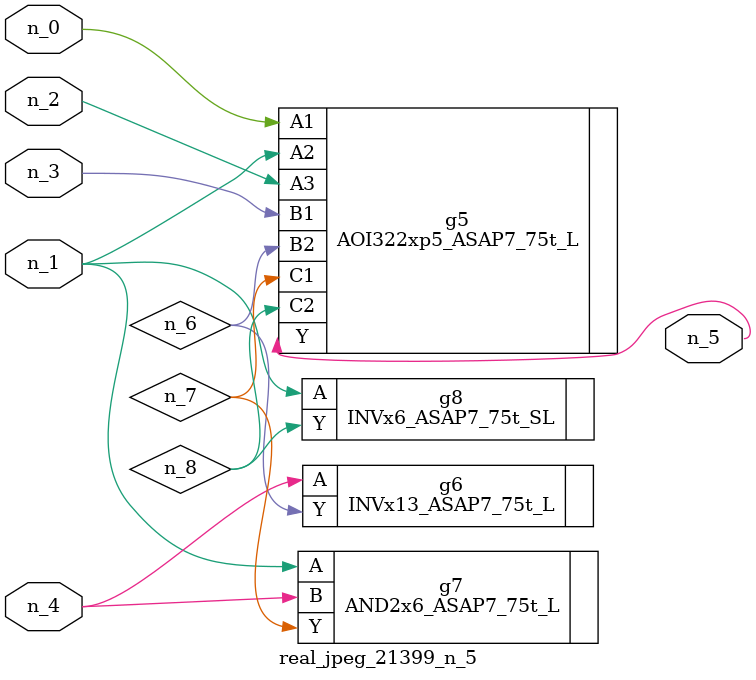
<source format=v>
module real_jpeg_21399_n_5 (n_4, n_0, n_1, n_2, n_3, n_5);

input n_4;
input n_0;
input n_1;
input n_2;
input n_3;

output n_5;

wire n_8;
wire n_6;
wire n_7;

AOI322xp5_ASAP7_75t_L g5 ( 
.A1(n_0),
.A2(n_1),
.A3(n_2),
.B1(n_3),
.B2(n_6),
.C1(n_7),
.C2(n_8),
.Y(n_5)
);

AND2x6_ASAP7_75t_L g7 ( 
.A(n_1),
.B(n_4),
.Y(n_7)
);

INVx6_ASAP7_75t_SL g8 ( 
.A(n_1),
.Y(n_8)
);

INVx13_ASAP7_75t_L g6 ( 
.A(n_4),
.Y(n_6)
);


endmodule
</source>
